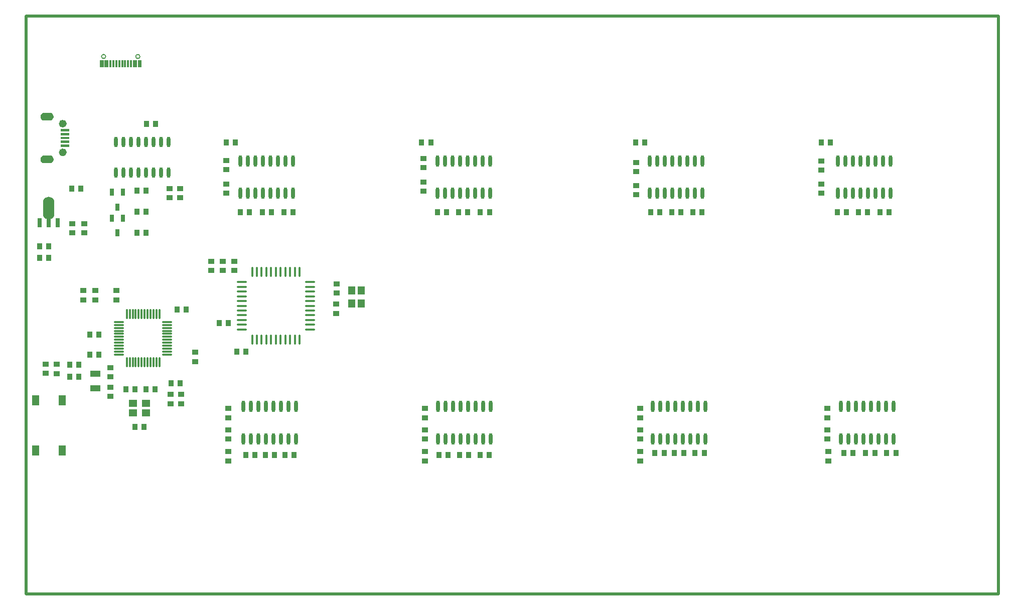
<source format=gtp>
G04*
G04 #@! TF.GenerationSoftware,Altium Limited,Altium Designer,18.1.9 (240)*
G04*
G04 Layer_Color=8421504*
%FSLAX24Y24*%
%MOIN*%
G70*
G01*
G75*
%ADD18C,0.0050*%
%ADD21C,0.0200*%
%ADD22C,0.0256*%
%ADD23R,0.0118X0.0512*%
%ADD24O,0.0237X0.0776*%
%ADD25R,0.0366X0.0386*%
%ADD26O,0.0165X0.0657*%
%ADD27O,0.0657X0.0165*%
%ADD28R,0.0386X0.0366*%
%ADD29R,0.0453X0.0551*%
%ADD30R,0.0265X0.0620*%
G04:AMPARAMS|DCode=31|XSize=150mil|YSize=75mil|CornerRadius=33.8mil|HoleSize=0mil|Usage=FLASHONLY|Rotation=270.000|XOffset=0mil|YOffset=0mil|HoleType=Round|Shape=RoundedRectangle|*
%AMROUNDEDRECTD31*
21,1,0.1500,0.0075,0,0,270.0*
21,1,0.0825,0.0750,0,0,270.0*
1,1,0.0675,-0.0038,-0.0413*
1,1,0.0675,-0.0038,0.0413*
1,1,0.0675,0.0038,0.0413*
1,1,0.0675,0.0038,-0.0413*
%
%ADD31ROUNDEDRECTD31*%
%ADD32R,0.0551X0.0157*%
%ADD33O,0.0236X0.0709*%
%ADD34R,0.0709X0.0394*%
%ADD35R,0.0551X0.0453*%
%ADD36R,0.0512X0.0709*%
%ADD37O,0.0118X0.0709*%
%ADD38O,0.0709X0.0118*%
%ADD39R,0.0276X0.0492*%
G36*
X1378Y29039D02*
X1412D01*
X1477Y29021D01*
X1535Y28987D01*
X1583Y28940D01*
X1617Y28881D01*
X1634Y28816D01*
Y28749D01*
X1617Y28684D01*
X1583Y28626D01*
X1535Y28578D01*
X1477Y28544D01*
X1412Y28527D01*
X1378D01*
D01*
D01*
X1024D01*
X990D01*
X925Y28544D01*
X867Y28578D01*
X819Y28626D01*
X785Y28684D01*
X768Y28749D01*
Y28816D01*
X785Y28881D01*
X819Y28940D01*
X867Y28987D01*
X925Y29021D01*
X990Y29039D01*
X1024D01*
D01*
X1378D01*
D01*
D02*
G37*
G36*
X2675Y29865D02*
Y30023D01*
X2202D01*
X2123Y30023D01*
Y29865D01*
X2217D01*
X2675D01*
D02*
G37*
G36*
X2675Y29609D02*
Y29767D01*
X2202D01*
X2123Y29767D01*
Y29609D01*
X2217D01*
X2675D01*
D02*
G37*
G36*
X1378Y31873D02*
X1412D01*
X1477Y31856D01*
X1535Y31822D01*
X1583Y31774D01*
X1617Y31716D01*
X1634Y31651D01*
Y31584D01*
X1617Y31519D01*
X1583Y31460D01*
X1535Y31413D01*
X1477Y31379D01*
X1412Y31361D01*
X1378D01*
D01*
X1024D01*
X990D01*
X925Y31379D01*
X867Y31413D01*
X819Y31460D01*
X785Y31519D01*
X768Y31584D01*
Y31651D01*
X785Y31716D01*
X819Y31774D01*
X867Y31822D01*
X925Y31856D01*
X990Y31873D01*
X1024D01*
D01*
D01*
X1378D01*
D01*
D02*
G37*
G36*
X2675Y30633D02*
Y30791D01*
X2202D01*
X2123Y30791D01*
Y30633D01*
X2217D01*
X2675D01*
D02*
G37*
G36*
Y30121D02*
Y30279D01*
X2202D01*
X2123Y30279D01*
Y30121D01*
X2217D01*
X2675D01*
D02*
G37*
G36*
Y30377D02*
Y30535D01*
X2202D01*
X2123Y30535D01*
Y30377D01*
X2217D01*
X2675D01*
D02*
G37*
D18*
X7376Y35614D02*
G03*
X7376Y35614I-138J0D01*
G01*
X5100D02*
G03*
X5100Y35614I-138J0D01*
G01*
D21*
X-200Y38300D02*
X-200Y-100D01*
X-200Y38300D02*
X64400D01*
X64400Y-100D01*
X-200D02*
X64400D01*
D22*
X2380Y29245D02*
G03*
X2380Y29245I-128J0D01*
G01*
Y31155D02*
G03*
X2380Y31155I-128J0D01*
G01*
D23*
X5608Y35149D02*
D03*
X4781Y35149D02*
D03*
X4899Y35149D02*
D03*
X5096Y35149D02*
D03*
X5214D02*
D03*
X5411Y35149D02*
D03*
X5805D02*
D03*
X6002Y35149D02*
D03*
X6198Y35149D02*
D03*
X6395Y35149D02*
D03*
X6592Y35149D02*
D03*
X6789Y35149D02*
D03*
X6986Y35149D02*
D03*
X7104D02*
D03*
X7301Y35149D02*
D03*
X7419D02*
D03*
D24*
X41247Y26522D02*
D03*
X41747D02*
D03*
X42247D02*
D03*
X42747D02*
D03*
X43247D02*
D03*
X43747D02*
D03*
X44247D02*
D03*
X44747D02*
D03*
X41247Y28676D02*
D03*
X41747D02*
D03*
X42247D02*
D03*
X42747D02*
D03*
X43247D02*
D03*
X43747D02*
D03*
X44247D02*
D03*
X44747D02*
D03*
X57448Y12367D02*
D03*
X56948D02*
D03*
X56448D02*
D03*
X55948D02*
D03*
X55448D02*
D03*
X54948D02*
D03*
X54448D02*
D03*
X53948D02*
D03*
X57448Y10213D02*
D03*
X56948D02*
D03*
X56448D02*
D03*
X55948D02*
D03*
X55448D02*
D03*
X54948D02*
D03*
X54448D02*
D03*
X53948D02*
D03*
X44945Y12367D02*
D03*
X44445D02*
D03*
X43945D02*
D03*
X43445D02*
D03*
X42945D02*
D03*
X42445D02*
D03*
X41945D02*
D03*
X41445D02*
D03*
X44945Y10213D02*
D03*
X44445D02*
D03*
X43945D02*
D03*
X43445D02*
D03*
X42945D02*
D03*
X42445D02*
D03*
X41945D02*
D03*
X41445D02*
D03*
X30696Y12367D02*
D03*
X30196D02*
D03*
X29696D02*
D03*
X29196D02*
D03*
X28696D02*
D03*
X28196D02*
D03*
X27696D02*
D03*
X27196D02*
D03*
X30696Y10213D02*
D03*
X30196D02*
D03*
X29696D02*
D03*
X29196D02*
D03*
X28696D02*
D03*
X28196D02*
D03*
X27696D02*
D03*
X27196D02*
D03*
X17750Y12367D02*
D03*
X17250D02*
D03*
X16750D02*
D03*
X16250D02*
D03*
X15750D02*
D03*
X15250D02*
D03*
X14750D02*
D03*
X14250D02*
D03*
X17750Y10213D02*
D03*
X17250D02*
D03*
X16750D02*
D03*
X16250D02*
D03*
X15750D02*
D03*
X15250D02*
D03*
X14750D02*
D03*
X14250D02*
D03*
X57251Y28676D02*
D03*
X56751D02*
D03*
X56251D02*
D03*
X55751D02*
D03*
X55251D02*
D03*
X54751D02*
D03*
X54251D02*
D03*
X53751D02*
D03*
X57251Y26522D02*
D03*
X56751D02*
D03*
X56251D02*
D03*
X55751D02*
D03*
X55251D02*
D03*
X54751D02*
D03*
X54251D02*
D03*
X53751D02*
D03*
X17550Y28676D02*
D03*
X17050D02*
D03*
X16550D02*
D03*
X16050D02*
D03*
X15550D02*
D03*
X15050D02*
D03*
X14550D02*
D03*
X14050D02*
D03*
X17550Y26522D02*
D03*
X17050D02*
D03*
X16550D02*
D03*
X16050D02*
D03*
X15550D02*
D03*
X15050D02*
D03*
X14550D02*
D03*
X14050D02*
D03*
X30648Y28676D02*
D03*
X30148D02*
D03*
X29648D02*
D03*
X29148D02*
D03*
X28648D02*
D03*
X28148D02*
D03*
X27648D02*
D03*
X27148D02*
D03*
X30648Y26522D02*
D03*
X30148D02*
D03*
X29648D02*
D03*
X29148D02*
D03*
X28648D02*
D03*
X28148D02*
D03*
X27648D02*
D03*
X27148D02*
D03*
D25*
X13253Y17900D02*
D03*
X12647D02*
D03*
X53253Y29900D02*
D03*
X52647D02*
D03*
X40903D02*
D03*
X40297D02*
D03*
X26092D02*
D03*
X26699D02*
D03*
X13703D02*
D03*
X13097D02*
D03*
X2697Y15139D02*
D03*
X3303D02*
D03*
X3303Y14350D02*
D03*
X2697D02*
D03*
X9447Y13900D02*
D03*
X10053D02*
D03*
X13817Y16005D02*
D03*
X14423D02*
D03*
X697Y22250D02*
D03*
X1303D02*
D03*
X697Y23000D02*
D03*
X1303D02*
D03*
X17606Y9143D02*
D03*
X17000D02*
D03*
X16306D02*
D03*
X15700D02*
D03*
X15006D02*
D03*
X14400D02*
D03*
X8393Y13491D02*
D03*
X7787D02*
D03*
X4656Y15791D02*
D03*
X4050D02*
D03*
X10453Y18800D02*
D03*
X9847D02*
D03*
X29214Y9143D02*
D03*
X28607D02*
D03*
X30571D02*
D03*
X29964D02*
D03*
X27851D02*
D03*
X27245D02*
D03*
X43501Y9260D02*
D03*
X42895D02*
D03*
X42198D02*
D03*
X41592D02*
D03*
X44870D02*
D03*
X44263D02*
D03*
X56201D02*
D03*
X55595D02*
D03*
X54751D02*
D03*
X54145D02*
D03*
X57601D02*
D03*
X56995D02*
D03*
X57153Y25274D02*
D03*
X56547D02*
D03*
X55703D02*
D03*
X55097D02*
D03*
X43325D02*
D03*
X42719D02*
D03*
X4656Y17144D02*
D03*
X4050D02*
D03*
X2847Y26850D02*
D03*
X3453D02*
D03*
X7797Y31125D02*
D03*
X8403D02*
D03*
X28547Y25274D02*
D03*
X29153D02*
D03*
X53697D02*
D03*
X54303D02*
D03*
X44119D02*
D03*
X44725D02*
D03*
X41319D02*
D03*
X41925D02*
D03*
X16947D02*
D03*
X17553D02*
D03*
X27147D02*
D03*
X27753D02*
D03*
X29991D02*
D03*
X30597D02*
D03*
X15497D02*
D03*
X16103D02*
D03*
X14047D02*
D03*
X14653D02*
D03*
X7787Y25291D02*
D03*
X7181D02*
D03*
X7181Y23898D02*
D03*
X7787D02*
D03*
X7787Y26714D02*
D03*
X7181D02*
D03*
X7059Y13491D02*
D03*
X6453D02*
D03*
X7656Y11000D02*
D03*
X7050D02*
D03*
D26*
X14833Y16792D02*
D03*
X15148D02*
D03*
X15463D02*
D03*
X15778D02*
D03*
X16093D02*
D03*
X16408D02*
D03*
X16723D02*
D03*
X17038D02*
D03*
X17353D02*
D03*
X17668D02*
D03*
X17983D02*
D03*
Y21308D02*
D03*
X17668D02*
D03*
X17353D02*
D03*
X17038D02*
D03*
X16723D02*
D03*
X16408D02*
D03*
X16093D02*
D03*
X15778D02*
D03*
X15463D02*
D03*
X15148D02*
D03*
X14833D02*
D03*
D27*
X18666Y17475D02*
D03*
Y17790D02*
D03*
Y18105D02*
D03*
Y18420D02*
D03*
Y18735D02*
D03*
Y19050D02*
D03*
Y19365D02*
D03*
Y19680D02*
D03*
Y19995D02*
D03*
Y20310D02*
D03*
Y20625D02*
D03*
X14150D02*
D03*
Y20310D02*
D03*
Y19995D02*
D03*
Y19680D02*
D03*
Y19365D02*
D03*
Y19050D02*
D03*
Y18735D02*
D03*
Y18420D02*
D03*
Y18105D02*
D03*
Y17790D02*
D03*
Y17475D02*
D03*
D28*
X26298Y9353D02*
D03*
Y8747D02*
D03*
X40600D02*
D03*
Y9353D02*
D03*
X53100D02*
D03*
Y8747D02*
D03*
X13250Y9353D02*
D03*
Y8747D02*
D03*
X11050Y15347D02*
D03*
Y15953D02*
D03*
X9397Y13153D02*
D03*
Y12547D02*
D03*
X10097D02*
D03*
Y13153D02*
D03*
X12100Y22005D02*
D03*
Y21399D02*
D03*
X3600Y19447D02*
D03*
Y20053D02*
D03*
X20450Y20503D02*
D03*
Y19897D02*
D03*
X20400Y18547D02*
D03*
Y19153D02*
D03*
X13635Y21399D02*
D03*
Y22005D02*
D03*
X12885Y22004D02*
D03*
Y21398D02*
D03*
X3674Y23889D02*
D03*
Y24495D02*
D03*
X2891Y23889D02*
D03*
Y24495D02*
D03*
X1850Y15153D02*
D03*
Y14547D02*
D03*
X1100Y15164D02*
D03*
Y14557D02*
D03*
X4400Y19447D02*
D03*
Y20053D02*
D03*
X53048Y11614D02*
D03*
Y12221D02*
D03*
Y10803D02*
D03*
Y10197D02*
D03*
X40598Y11614D02*
D03*
Y12221D02*
D03*
Y10803D02*
D03*
Y10197D02*
D03*
X26298Y10803D02*
D03*
Y10197D02*
D03*
Y11614D02*
D03*
Y12221D02*
D03*
X13253Y10803D02*
D03*
Y10197D02*
D03*
X5800Y19447D02*
D03*
Y20053D02*
D03*
X13253Y12221D02*
D03*
Y11614D02*
D03*
X26200Y26671D02*
D03*
Y27277D02*
D03*
Y28827D02*
D03*
Y28221D02*
D03*
X13100Y28694D02*
D03*
Y28088D02*
D03*
X52650Y28071D02*
D03*
Y28677D02*
D03*
X40350Y27027D02*
D03*
Y26421D02*
D03*
Y27971D02*
D03*
Y28577D02*
D03*
X52650Y27127D02*
D03*
Y26521D02*
D03*
X13100Y27144D02*
D03*
Y26538D02*
D03*
X10035Y26241D02*
D03*
Y26847D02*
D03*
X9335D02*
D03*
Y26241D02*
D03*
X5400Y13044D02*
D03*
Y13650D02*
D03*
Y14950D02*
D03*
Y14344D02*
D03*
D29*
X21435Y20083D02*
D03*
X22065Y19217D02*
D03*
X21435D02*
D03*
X22065Y20083D02*
D03*
D30*
X1317Y24570D02*
D03*
X1904D02*
D03*
X723D02*
D03*
D31*
X1303Y25544D02*
D03*
D32*
X2399Y30712D02*
D03*
Y30456D02*
D03*
Y30200D02*
D03*
Y29944D02*
D03*
Y29688D02*
D03*
D33*
X9287Y29938D02*
D03*
X8787D02*
D03*
X8287D02*
D03*
X7787D02*
D03*
X7287D02*
D03*
X6787D02*
D03*
X6287D02*
D03*
X5787D02*
D03*
X9287Y27891D02*
D03*
X8787D02*
D03*
X8287D02*
D03*
X7787D02*
D03*
X7287D02*
D03*
X6787D02*
D03*
X6287D02*
D03*
X5787D02*
D03*
D34*
X4401Y13555D02*
D03*
Y14539D02*
D03*
D35*
X7786Y11935D02*
D03*
X6920Y12565D02*
D03*
Y11935D02*
D03*
X7786Y12565D02*
D03*
D36*
X442Y12753D02*
D03*
X2213Y9447D02*
D03*
X442D02*
D03*
X2213Y12753D02*
D03*
D37*
X6504Y15296D02*
D03*
X6701D02*
D03*
X6898D02*
D03*
X7095D02*
D03*
X7292D02*
D03*
X7489D02*
D03*
X7686D02*
D03*
X7882D02*
D03*
X8079D02*
D03*
X8276D02*
D03*
X8473D02*
D03*
X8670D02*
D03*
Y18485D02*
D03*
X8473D02*
D03*
X8276D02*
D03*
X8079D02*
D03*
X7882D02*
D03*
X7686D02*
D03*
X7489D02*
D03*
X7292D02*
D03*
X7095D02*
D03*
X6898D02*
D03*
X6701D02*
D03*
X6504D02*
D03*
D38*
X9182Y15808D02*
D03*
Y16005D02*
D03*
Y16202D02*
D03*
Y16398D02*
D03*
Y16595D02*
D03*
Y16792D02*
D03*
Y16989D02*
D03*
Y17186D02*
D03*
Y17383D02*
D03*
Y17580D02*
D03*
Y17776D02*
D03*
Y17973D02*
D03*
X5993D02*
D03*
Y17776D02*
D03*
Y17580D02*
D03*
Y17383D02*
D03*
Y17186D02*
D03*
Y16989D02*
D03*
Y16792D02*
D03*
Y16595D02*
D03*
Y16398D02*
D03*
Y16202D02*
D03*
Y16005D02*
D03*
Y15808D02*
D03*
D39*
X6261Y26597D02*
D03*
X5513D02*
D03*
X5887Y25613D02*
D03*
X6261Y24883D02*
D03*
X5513D02*
D03*
X5887Y23898D02*
D03*
M02*

</source>
